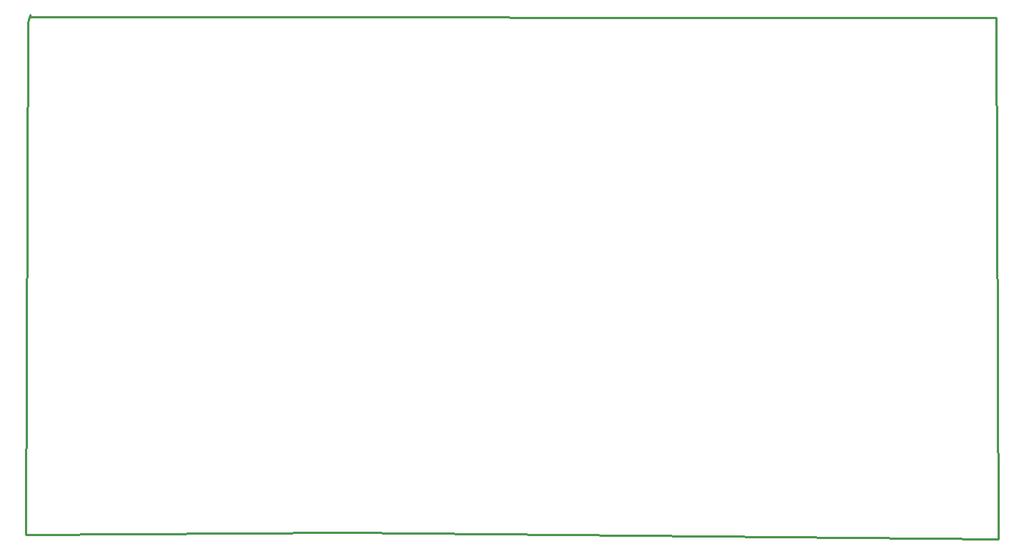
<source format=gko>
G04 Layer: BoardOutlineLayer*
G04 EasyEDA v6.5.34, 2023-10-03 12:26:18*
G04 78a80f753c6143bb8b8cf10a4e40b0e4,10*
G04 Gerber Generator version 0.2*
G04 Scale: 100 percent, Rotated: No, Reflected: No *
G04 Dimensions in millimeters *
G04 leading zeros omitted , absolute positions ,4 integer and 5 decimal *
%FSLAX45Y45*%
%MOMM*%

%ADD10C,0.2540*%
D10*
X4508500Y-25400D02*
G01*
X15646400Y-38100D01*
X15671800Y-6045200D01*
X8153400Y-5969000D01*
X4457700Y-5994400D01*
X4483100Y-88900D01*
X4508500Y0D01*

%LPD*%
M02*

</source>
